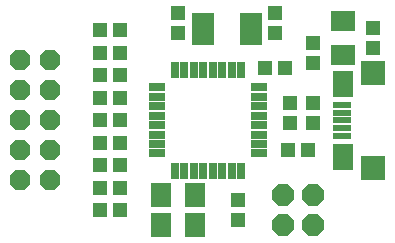
<source format=gts>
G75*
G70*
%OFA0B0*%
%FSLAX24Y24*%
%IPPOS*%
%LPD*%
%AMOC8*
5,1,8,0,0,1.08239X$1,22.5*
%
%ADD10R,0.0790X0.0710*%
%ADD11R,0.0290X0.0580*%
%ADD12R,0.0580X0.0290*%
%ADD13R,0.0474X0.0513*%
%ADD14R,0.0513X0.0474*%
%ADD15OC8,0.0680*%
%ADD16R,0.0710X0.0790*%
%ADD17R,0.0780X0.1080*%
%ADD18R,0.0631X0.0218*%
%ADD19R,0.0828X0.0789*%
%ADD20R,0.0710X0.0907*%
%ADD21OC8,0.0720*%
D10*
X013300Y006543D03*
X013300Y007663D03*
D11*
X009903Y006043D03*
X009588Y006043D03*
X009273Y006043D03*
X008958Y006043D03*
X008643Y006043D03*
X008328Y006043D03*
X008013Y006043D03*
X007698Y006043D03*
X007698Y002663D03*
X008013Y002663D03*
X008328Y002663D03*
X008643Y002663D03*
X008958Y002663D03*
X009273Y002663D03*
X009588Y002663D03*
X009903Y002663D03*
D12*
X010490Y003250D03*
X010490Y003565D03*
X010490Y003880D03*
X010490Y004195D03*
X010490Y004510D03*
X010490Y004825D03*
X010490Y005140D03*
X010490Y005455D03*
X007110Y005455D03*
X007110Y005140D03*
X007110Y004825D03*
X007110Y004510D03*
X007110Y004195D03*
X007110Y003880D03*
X007110Y003565D03*
X007110Y003250D03*
D13*
X005885Y003603D03*
X005216Y003603D03*
X005216Y002853D03*
X005885Y002853D03*
X005885Y002103D03*
X005216Y002103D03*
X005216Y001353D03*
X005885Y001353D03*
X005885Y004353D03*
X005216Y004353D03*
X005216Y005103D03*
X005885Y005103D03*
X005885Y005853D03*
X005216Y005853D03*
X005216Y006603D03*
X005885Y006603D03*
X005885Y007353D03*
X005216Y007353D03*
X007800Y007268D03*
X007800Y007937D03*
X011050Y007937D03*
X011050Y007268D03*
X012300Y006937D03*
X012300Y006268D03*
D14*
X011385Y006103D03*
X010716Y006103D03*
X011550Y004937D03*
X012300Y004937D03*
X012300Y004268D03*
X011550Y004268D03*
X011466Y003353D03*
X012135Y003353D03*
X009800Y001687D03*
X009800Y001018D03*
X014300Y006768D03*
X014300Y007437D03*
D15*
X002550Y002353D03*
X003550Y002353D03*
X003550Y003353D03*
X002550Y003353D03*
X002550Y004353D03*
X003550Y004353D03*
X003550Y005353D03*
X002550Y005353D03*
X002550Y006353D03*
X003550Y006353D03*
D16*
X007240Y001853D03*
X008360Y001853D03*
X008360Y000853D03*
X007240Y000853D03*
D17*
X008650Y007403D03*
X010250Y007403D03*
D18*
X013257Y004865D03*
X013257Y004609D03*
X013257Y004353D03*
X013257Y004097D03*
X013257Y003841D03*
D19*
X014300Y002778D03*
X014300Y005928D03*
D20*
X013296Y005573D03*
X013296Y003132D03*
D21*
X012300Y001853D03*
X011300Y001853D03*
X011300Y000853D03*
X012300Y000853D03*
M02*

</source>
